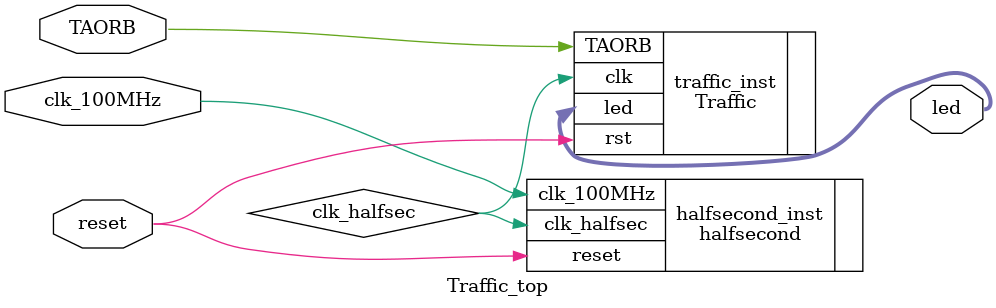
<source format=sv>
`timescale 1ns / 1ps

module Traffic_top (
    input logic clk_100MHz,  // 100 MHz clock input
    input logic reset,       // Reset signal
    input logic TAORB,       // Traffic selector input
    output logic [5:0] led   // LED output to represent traffic lights
);

    // Internal signal for half-second clock
    logic clk_halfsec;

    // Instantiate the halfsecond module to generate a half-second clock
    halfsecond halfsecond_inst (
        .clk_100MHz(clk_100MHz),
        .reset(reset),
        .clk_halfsec(clk_halfsec)
    );

    // Instantiate the Traffic module, using clk_halfsec as the clock
    Traffic traffic_inst (
        .clk(clk_halfsec),
        .rst(reset),
        .TAORB(TAORB),
        .led(led)
    );

endmodule
</source>
